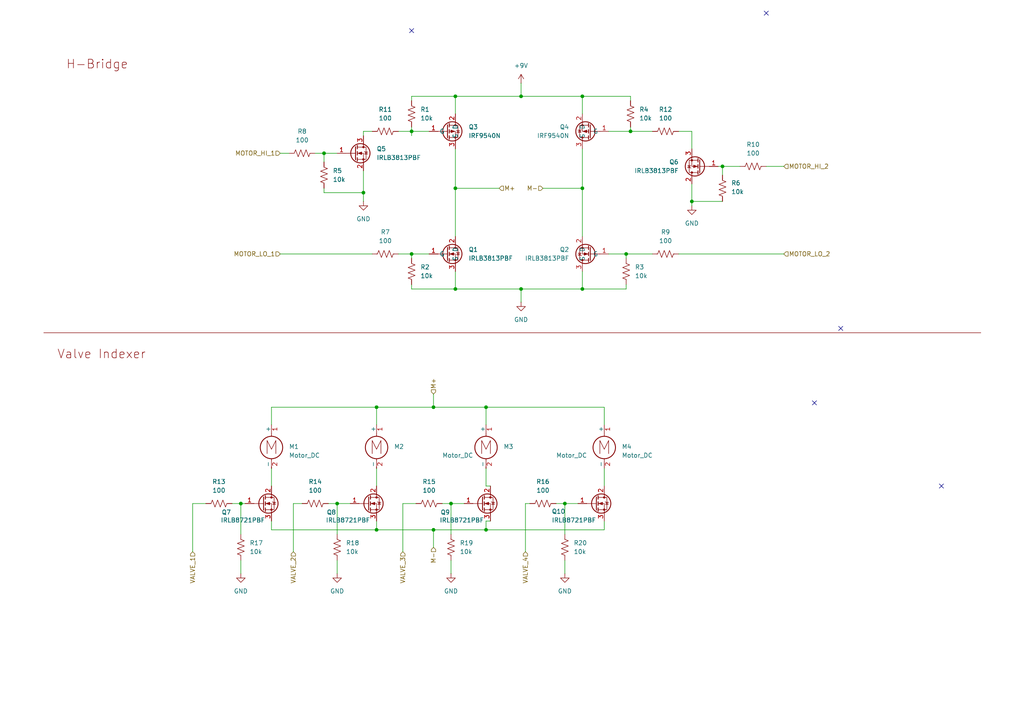
<source format=kicad_sch>
(kicad_sch (version 20250114) (generator "eeschema") (generator_version "9.0")
  (paper "A4")
  (lib_symbols
    (symbol "Device:R_US" (pin_numbers (hide yes)) (pin_names (offset 0))
      (property "Reference" "R" (at 2.54 0 90))
      (property "Value" "R_US" (at -2.54 0 90))
      (symbol "R_US_0_1"
        (polyline (pts (xy 0 2.286) (xy 0 2.54)))
        (polyline (pts (xy 0 2.286) (xy 1.016 1.905) (xy 0 1.524) (xy -1.016 1.143) (xy 0 0.762)))
        (polyline (pts (xy 0 0.762) (xy 1.016 0.381) (xy 0 0) (xy -1.016 -0.381) (xy 0 -0.762)))
        (polyline (pts (xy 0 -0.762) (xy 1.016 -1.143) (xy 0 -1.524) (xy -1.016 -1.905) (xy 0 -2.286)))
        (polyline (pts (xy 0 -2.286) (xy 0 -2.54)))
      )
      (symbol "R_US_1_1"
        (pin passive line (at 0 3.81 270) (length 1.27) (name "~") (number "1"))
        (pin passive line (at 0 -3.81 90) (length 1.27) (name "~") (number "2"))
      )
    )
    (symbol "IRF9540N_1"
      (property "Reference" "Q4" (at 6.35 -1.2701 0))
      (property "Value" "IRF9540N" (at 6.35 1.2699 0))
      (symbol "IRF9540N_1_0_1"
        (polyline (pts (xy 0.254 1.905) (xy 0.254 -1.905)) (stroke (width 0.254)))
        (polyline (pts (xy 0.254 0) (xy -2.54 0)))
        (polyline (pts (xy 0.762 2.286) (xy 0.762 1.27)) (stroke (width 0.254)))
        (polyline (pts (xy 0.762 1.778) (xy 3.302 1.778) (xy 3.302 -1.778) (xy 0.762 -1.778)))
        (polyline (pts (xy 0.762 0.508) (xy 0.762 -0.508)) (stroke (width 0.254)))
        (polyline (pts (xy 0.762 -1.27) (xy 0.762 -2.286)) (stroke (width 0.254)))
        (circle (center 1.651 0) (radius 2.794) (stroke (width 0.254)))
        (polyline (pts (xy 2.286 0) (xy 1.27 0.381) (xy 1.27 -0.381) (xy 2.286 0)) (fill (type outline)))
        (polyline (pts (xy 2.54 2.54) (xy 2.54 1.778)))
        (circle (center 2.54 1.778) (radius 0.254) (fill (type outline)))
        (circle (center 2.54 -1.778) (radius 0.254) (fill (type outline)))
        (polyline (pts (xy 2.54 -2.54) (xy 2.54 0) (xy 0.762 0)))
        (polyline (pts (xy 2.794 -0.508) (xy 2.921 -0.381) (xy 3.683 -0.381) (xy 3.81 -0.254)))
        (polyline (pts (xy 3.302 -0.381) (xy 2.921 0.254) (xy 3.683 0.254) (xy 3.302 -0.381)))
      )
      (symbol "IRF9540N_1_1_1"
        (pin input line (at -5.08 0 0) (length 2.54) (name "G") (number "1"))
        (pin passive line (at 2.54 5.08 270) (length 2.54) (name "S") (number "3"))
        (pin passive line (at 2.54 -5.08 90) (length 2.54) (name "D") (number "2"))
      )
    )
    (symbol "IRLB8721PBF_1"
      (property "Reference" "Q2" (at 6.35 -1.2701 0))
      (property "Value" "IRLB3813PBF" (at 6.35 1.2699 0))
      (symbol "IRLB8721PBF_1_0_1"
        (polyline (pts (xy 0.254 1.905) (xy 0.254 -1.905)) (stroke (width 0.254)))
        (polyline (pts (xy 0.254 0) (xy -2.54 0)))
        (polyline (pts (xy 0.762 2.286) (xy 0.762 1.27)) (stroke (width 0.254)))
        (polyline (pts (xy 0.762 0.508) (xy 0.762 -0.508)) (stroke (width 0.254)))
        (polyline (pts (xy 0.762 -1.27) (xy 0.762 -2.286)) (stroke (width 0.254)))
        (polyline (pts (xy 0.762 -1.778) (xy 3.302 -1.778) (xy 3.302 1.778) (xy 0.762 1.778)))
        (polyline (pts (xy 1.016 0) (xy 2.032 0.381) (xy 2.032 -0.381) (xy 1.016 0)) (fill (type outline)))
        (circle (center 1.651 0) (radius 2.794) (stroke (width 0.254)))
        (polyline (pts (xy 2.54 2.54) (xy 2.54 1.778)))
        (circle (center 2.54 1.778) (radius 0.254) (fill (type outline)))
        (circle (center 2.54 -1.778) (radius 0.254) (fill (type outline)))
        (polyline (pts (xy 2.54 -2.54) (xy 2.54 0) (xy 0.762 0)))
        (polyline (pts (xy 2.794 0.508) (xy 2.921 0.381) (xy 3.683 0.381) (xy 3.81 0.254)))
        (polyline (pts (xy 3.302 0.381) (xy 2.921 -0.254) (xy 3.683 -0.254) (xy 3.302 0.381)))
      )
      (symbol "IRLB8721PBF_1_1_1"
        (pin input line (at -5.08 0 0) (length 2.54) (name "G") (number "1"))
        (pin passive line (at 2.54 5.08 270) (length 2.54) (name "S") (number "3"))
        (pin passive line (at 2.54 -5.08 90) (length 2.54) (name "D") (number "2"))
      )
    )
    (symbol "IRLB8721PBF_2"
      (property "Reference" "Q1" (at 6.35 1.2701 0))
      (property "Value" "IRLB3813PBF" (at 6.35 -1.2699 0))
      (symbol "IRLB8721PBF_2_0_1"
        (polyline (pts (xy 0.254 1.905) (xy 0.254 -1.905)) (stroke (width 0.254)))
        (polyline (pts (xy 0.254 0) (xy -2.54 0)))
        (polyline (pts (xy 0.762 2.286) (xy 0.762 1.27)) (stroke (width 0.254)))
        (polyline (pts (xy 0.762 0.508) (xy 0.762 -0.508)) (stroke (width 0.254)))
        (polyline (pts (xy 0.762 -1.27) (xy 0.762 -2.286)) (stroke (width 0.254)))
        (polyline (pts (xy 0.762 -1.778) (xy 3.302 -1.778) (xy 3.302 1.778) (xy 0.762 1.778)))
        (polyline (pts (xy 1.016 0) (xy 2.032 0.381) (xy 2.032 -0.381) (xy 1.016 0)) (fill (type outline)))
        (circle (center 1.651 0) (radius 2.794) (stroke (width 0.254)))
        (polyline (pts (xy 2.54 2.54) (xy 2.54 1.778)))
        (circle (center 2.54 1.778) (radius 0.254) (fill (type outline)))
        (circle (center 2.54 -1.778) (radius 0.254) (fill (type outline)))
        (polyline (pts (xy 2.54 -2.54) (xy 2.54 0) (xy 0.762 0)))
        (polyline (pts (xy 2.794 0.508) (xy 2.921 0.381) (xy 3.683 0.381) (xy 3.81 0.254)))
        (polyline (pts (xy 3.302 0.381) (xy 2.921 -0.254) (xy 3.683 -0.254) (xy 3.302 0.381)))
      )
      (symbol "IRLB8721PBF_2_1_1"
        (pin input line (at -5.08 0 0) (length 2.54) (name "G") (number "1"))
        (pin passive line (at 2.54 5.08 270) (length 2.54) (name "D") (number "2"))
        (pin passive line (at 2.54 -5.08 90) (length 2.54) (name "S") (number "3"))
      )
    )
    (symbol "IRLB8721PBF_3" (pin_names (hide yes))
      (property "Reference" "Q5" (at 6.35 1.2701 0))
      (property "Value" "IRLB3813PBF" (at 6.35 -1.2699 0))
      (symbol "IRLB8721PBF_3_0_1"
        (polyline (pts (xy 0.254 1.905) (xy 0.254 -1.905)) (stroke (width 0.254)))
        (polyline (pts (xy 0.254 0) (xy -2.54 0)))
        (polyline (pts (xy 0.762 2.286) (xy 0.762 1.27)) (stroke (width 0.254)))
        (polyline (pts (xy 0.762 0.508) (xy 0.762 -0.508)) (stroke (width 0.254)))
        (polyline (pts (xy 0.762 -1.27) (xy 0.762 -2.286)) (stroke (width 0.254)))
        (polyline (pts (xy 0.762 -1.778) (xy 3.302 -1.778) (xy 3.302 1.778) (xy 0.762 1.778)))
        (polyline (pts (xy 1.016 0) (xy 2.032 0.381) (xy 2.032 -0.381) (xy 1.016 0)) (fill (type outline)))
        (circle (center 1.651 0) (radius 2.794) (stroke (width 0.254)))
        (polyline (pts (xy 2.54 2.54) (xy 2.54 1.778)))
        (circle (center 2.54 1.778) (radius 0.254) (fill (type outline)))
        (circle (center 2.54 -1.778) (radius 0.254) (fill (type outline)))
        (polyline (pts (xy 2.54 -2.54) (xy 2.54 0) (xy 0.762 0)))
        (polyline (pts (xy 2.794 0.508) (xy 2.921 0.381) (xy 3.683 0.381) (xy 3.81 0.254)))
        (polyline (pts (xy 3.302 0.381) (xy 2.921 -0.254) (xy 3.683 -0.254) (xy 3.302 0.381)))
      )
      (symbol "IRLB8721PBF_3_1_1"
        (pin input line (at -5.08 0 0) (length 2.54) (name "G") (number "1"))
        (pin passive line (at 2.54 5.08 270) (length 2.54) (name "S") (number "3"))
        (pin passive line (at 2.54 -5.08 90) (length 2.54) (name "D") (number "2"))
      )
    )
    (symbol "Motor:Motor_DC" (pin_names (offset 0))
      (property "Reference" "M" (at 2.54 2.54 0))
      (property "Value" "Motor_DC" (at 2.54 -5.08 0))
      (symbol "Motor_DC_0_0"
        (polyline (pts (xy -1.27 -3.302) (xy -1.27 0.508) (xy 0 -2.032) (xy 1.27 0.508) (xy 1.27 -3.302)))
      )
      (symbol "Motor_DC_0_1"
        (polyline (pts (xy 0 2.032) (xy 0 2.54)))
        (polyline (pts (xy 0 1.7272) (xy 0 2.0828)))
        (circle (center 0 -1.524) (radius 3.2512) (stroke (width 0.254)))
        (polyline (pts (xy 0 -4.7752) (xy 0 -5.1816)))
        (polyline (pts (xy 0 -7.62) (xy 0 -7.112)))
      )
      (symbol "Motor_DC_1_1"
        (pin passive line (at 0 5.08 270) (length 2.54) (name "+") (number "1"))
        (pin passive line (at 0 -7.62 90) (length 2.54) (name "-") (number "2"))
      )
    )
    (symbol "Transistor_FET:IRF9540N"
      (property "Reference" "Q3" (at 6.35 1.2701 0))
      (property "Value" "IRF9540N" (at 6.35 -1.2699 0))
      (symbol "IRF9540N_0_1"
        (polyline (pts (xy 0.254 1.905) (xy 0.254 -1.905)) (stroke (width 0.254)))
        (polyline (pts (xy 0.254 0) (xy -2.54 0)))
        (polyline (pts (xy 0.762 2.286) (xy 0.762 1.27)) (stroke (width 0.254)))
        (polyline (pts (xy 0.762 1.778) (xy 3.302 1.778) (xy 3.302 -1.778) (xy 0.762 -1.778)))
        (polyline (pts (xy 0.762 0.508) (xy 0.762 -0.508)) (stroke (width 0.254)))
        (polyline (pts (xy 0.762 -1.27) (xy 0.762 -2.286)) (stroke (width 0.254)))
        (circle (center 1.651 0) (radius 2.794) (stroke (width 0.254)))
        (polyline (pts (xy 2.286 0) (xy 1.27 0.381) (xy 1.27 -0.381) (xy 2.286 0)) (fill (type outline)))
        (polyline (pts (xy 2.54 2.54) (xy 2.54 1.778)))
        (circle (center 2.54 1.778) (radius 0.254) (fill (type outline)))
        (circle (center 2.54 -1.778) (radius 0.254) (fill (type outline)))
        (polyline (pts (xy 2.54 -2.54) (xy 2.54 0) (xy 0.762 0)))
        (polyline (pts (xy 2.794 -0.508) (xy 2.921 -0.381) (xy 3.683 -0.381) (xy 3.81 -0.254)))
        (polyline (pts (xy 3.302 -0.381) (xy 2.921 0.254) (xy 3.683 0.254) (xy 3.302 -0.381)))
      )
      (symbol "IRF9540N_1_1"
        (pin input line (at -5.08 0 0) (length 2.54) (name "G") (number "1"))
        (pin passive line (at 2.54 5.08 270) (length 2.54) (name "D") (number "2"))
        (pin passive line (at 2.54 -5.08 90) (length 2.54) (name "S") (number "3"))
      )
    )
    (symbol "Transistor_FET:IRLB8721PBF" (pin_names (hide yes))
      (property "Reference" "Q" (at 5.08 1.905 0))
      (property "Value" "IRLB8721PBF" (at 5.08 0 0))
      (symbol "IRLB8721PBF_0_1"
        (polyline (pts (xy 0.254 1.905) (xy 0.254 -1.905)) (stroke (width 0.254)))
        (polyline (pts (xy 0.254 0) (xy -2.54 0)))
        (polyline (pts (xy 0.762 2.286) (xy 0.762 1.27)) (stroke (width 0.254)))
        (polyline (pts (xy 0.762 0.508) (xy 0.762 -0.508)) (stroke (width 0.254)))
        (polyline (pts (xy 0.762 -1.27) (xy 0.762 -2.286)) (stroke (width 0.254)))
        (polyline (pts (xy 0.762 -1.778) (xy 3.302 -1.778) (xy 3.302 1.778) (xy 0.762 1.778)))
        (polyline (pts (xy 1.016 0) (xy 2.032 0.381) (xy 2.032 -0.381) (xy 1.016 0)) (fill (type outline)))
        (circle (center 1.651 0) (radius 2.794) (stroke (width 0.254)))
        (polyline (pts (xy 2.54 2.54) (xy 2.54 1.778)))
        (circle (center 2.54 1.778) (radius 0.254) (fill (type outline)))
        (circle (center 2.54 -1.778) (radius 0.254) (fill (type outline)))
        (polyline (pts (xy 2.54 -2.54) (xy 2.54 0) (xy 0.762 0)))
        (polyline (pts (xy 2.794 0.508) (xy 2.921 0.381) (xy 3.683 0.381) (xy 3.81 0.254)))
        (polyline (pts (xy 3.302 0.381) (xy 2.921 -0.254) (xy 3.683 -0.254) (xy 3.302 0.381)))
      )
      (symbol "IRLB8721PBF_1_1"
        (pin input line (at -5.08 0 0) (length 2.54) (name "G") (number "1"))
        (pin passive line (at 2.54 5.08 270) (length 2.54) (name "D") (number "2"))
        (pin passive line (at 2.54 -5.08 90) (length 2.54) (name "S") (number "3"))
      )
    )
    (symbol "power:+9V" (power) (pin_numbers (hide yes)) (pin_names (offset 0) (hide yes))
      (property "Value" "+9V" (at 0 3.556 0))
      (symbol "+9V_0_1"
        (polyline (pts (xy -0.762 1.27) (xy 0 2.54)))
        (polyline (pts (xy 0 2.54) (xy 0.762 1.27)))
        (polyline (pts (xy 0 0) (xy 0 2.54)))
      )
      (symbol "+9V_1_1"
        (pin power_in line (at 0 0 90) (length 0) (name "~") (number "1"))
      )
    )
    (symbol "power:GND" (power) (pin_numbers (hide yes)) (pin_names (offset 0) (hide yes))
      (property "Value" "GND" (at 0 -3.81 0))
      (symbol "GND_0_1"
        (polyline (pts (xy 0 0) (xy 0 -1.27) (xy 1.27 -1.27) (xy 0 -2.54) (xy -1.27 -1.27) (xy 0 -1.27)))
      )
      (symbol "GND_1_1"
        (pin power_in line (at 0 0 270) (length 0) (name "~") (number "1"))
      )
    )
  )
  (text "Valve Indexer\n" (at 29.464 102.87 0) (effects (font (size 2.54 2.54))))
  (text "H-Bridge" (at 28.194 18.796 0) (effects (font (size 2.54 2.54))))
  (junction (at 151.13 27.94))
  (junction (at 182.88 38.1))
  (junction (at 109.22 118.11))
  (junction (at 119.38 73.66))
  (junction (at 93.98 44.45))
  (junction (at 181.61 73.66))
  (junction (at 125.73 153.67))
  (junction (at 130.81 146.05))
  (junction (at 119.38 38.1))
  (junction (at 140.97 153.67))
  (junction (at 132.08 27.94))
  (junction (at 97.79 146.05))
  (junction (at 209.55 48.26))
  (junction (at 125.73 118.11))
  (junction (at 200.66 58.42))
  (junction (at 140.97 118.11))
  (junction (at 132.08 83.82))
  (junction (at 168.91 54.61))
  (junction (at 151.13 83.82))
  (junction (at 105.41 55.88))
  (junction (at 69.85 146.05))
  (junction (at 109.22 153.67))
  (junction (at 168.91 27.94))
  (junction (at 168.91 83.82))
  (junction (at 163.83 146.05))
  (junction (at 132.08 54.61))
  (no_connect (at 236.22 116.84))
  (no_connect (at 222.25 3.81))
  (no_connect (at 179.07 -38.1))
  (no_connect (at 243.84 95.25))
  (no_connect (at 119.38 8.89))
  (no_connect (at 273.05 140.97))
  (wire (pts (xy 168.91 83.82) (xy 181.61 83.82)))
  (wire (pts (xy 132.08 54.61) (xy 132.08 68.58)))
  (wire (pts (xy 119.38 83.82) (xy 132.08 83.82)))
  (wire (pts (xy 153.67 146.05) (xy 152.4 146.05)))
  (wire (pts (xy 151.13 83.82) (xy 168.91 83.82)))
  (wire (pts (xy 125.73 153.67) (xy 125.73 158.75)))
  (wire (pts (xy 176.53 38.1) (xy 182.88 38.1)))
  (wire (pts (xy 157.48 54.61) (xy 168.91 54.61)))
  (wire (pts (xy 69.85 146.05) (xy 71.12 146.05)))
  (wire (pts (xy 130.81 162.56) (xy 130.81 166.37)))
  (wire (pts (xy 132.08 33.02) (xy 132.08 27.94)))
  (wire (pts (xy 140.97 140.97) (xy 142.24 140.97)))
  (wire (pts (xy 97.79 146.05) (xy 101.6 146.05)))
  (wire (pts (xy 200.66 38.1) (xy 200.66 43.18)))
  (wire (pts (xy 119.38 82.55) (xy 119.38 83.82)))
  (wire (pts (xy 168.91 27.94) (xy 182.88 27.94)))
  (wire (pts (xy 209.55 48.26) (xy 209.55 50.8)))
  (wire (pts (xy 161.29 146.05) (xy 163.83 146.05)))
  (wire (pts (xy 140.97 118.11) (xy 175.26 118.11)))
  (wire (pts (xy 132.08 54.61) (xy 144.78 54.61)))
  (wire (pts (xy 130.81 146.05) (xy 134.62 146.05)))
  (wire (pts (xy 175.26 135.89) (xy 175.26 140.97)))
  (wire (pts (xy 85.09 160.02) (xy 85.09 146.05)))
  (wire (pts (xy 93.98 55.88) (xy 105.41 55.88)))
  (wire (pts (xy 196.85 38.1) (xy 200.66 38.1)))
  (wire (pts (xy 181.61 83.82) (xy 181.61 82.55)))
  (wire (pts (xy 109.22 118.11) (xy 109.22 123.19)))
  (wire (pts (xy 105.41 55.88) (xy 105.41 49.53)))
  (wire (pts (xy 55.88 146.05) (xy 55.88 160.02)))
  (wire (pts (xy 140.97 151.13) (xy 142.24 151.13)))
  (wire (pts (xy 182.88 36.83) (xy 182.88 38.1)))
  (wire (pts (xy 208.28 48.26) (xy 209.55 48.26)))
  (wire (pts (xy 140.97 151.13) (xy 140.97 153.67)))
  (wire (pts (xy 93.98 44.45) (xy 97.79 44.45)))
  (wire (pts (xy 151.13 83.82) (xy 151.13 87.63)))
  (wire (pts (xy 69.85 146.05) (xy 69.85 154.94)))
  (wire (pts (xy 105.41 38.1) (xy 105.41 39.37)))
  (wire (pts (xy 115.57 73.66) (xy 119.38 73.66)))
  (wire (pts (xy 109.22 135.89) (xy 109.22 140.97)))
  (wire (pts (xy 59.69 146.05) (xy 55.88 146.05)))
  (wire (pts (xy 109.22 151.13) (xy 109.22 153.67)))
  (wire (pts (xy 97.79 162.56) (xy 97.79 166.37)))
  (wire (pts (xy 182.88 38.1) (xy 189.23 38.1)))
  (wire (pts (xy 222.25 48.26) (xy 227.33 48.26)))
  (wire (pts (xy 119.38 38.1) (xy 124.46 38.1)))
  (wire (pts (xy 119.38 29.21) (xy 119.38 27.94)))
  (wire (pts (xy 93.98 54.61) (xy 93.98 55.88)))
  (wire (pts (xy 128.27 146.05) (xy 130.81 146.05)))
  (wire (pts (xy 132.08 43.18) (xy 132.08 54.61)))
  (wire (pts (xy 175.26 118.11) (xy 175.26 123.19)))
  (wire (pts (xy 196.85 73.66) (xy 227.33 73.66)))
  (wire (pts (xy 97.79 146.05) (xy 97.79 154.94)))
  (wire (pts (xy 119.38 27.94) (xy 132.08 27.94)))
  (wire (pts (xy 85.09 146.05) (xy 87.63 146.05)))
  (wire (pts (xy 168.91 27.94) (xy 168.91 33.02)))
  (wire (pts (xy 116.84 146.05) (xy 116.84 160.02)))
  (wire (pts (xy 200.66 58.42) (xy 200.66 59.69)))
  (wire (pts (xy 81.28 73.66) (xy 107.95 73.66)))
  (wire (pts (xy 175.26 153.67) (xy 175.26 151.13)))
  (wire (pts (xy 120.65 146.05) (xy 116.84 146.05)))
  (wire (pts (xy 140.97 153.67) (xy 175.26 153.67)))
  (wire (pts (xy 163.83 146.05) (xy 167.64 146.05)))
  (wire (pts (xy 125.73 153.67) (xy 140.97 153.67)))
  (wire (pts (xy 130.81 146.05) (xy 130.81 154.94)))
  (wire (pts (xy 168.91 54.61) (xy 168.91 68.58)))
  (wire (pts (xy 181.61 73.66) (xy 189.23 73.66)))
  (wire (pts (xy 209.55 48.26) (xy 214.63 48.26)))
  (wire (pts (xy 115.57 38.1) (xy 119.38 38.1)))
  (wire (pts (xy 132.08 83.82) (xy 151.13 83.82)))
  (wire (pts (xy 176.53 73.66) (xy 181.61 73.66)))
  (wire (pts (xy 95.25 146.05) (xy 97.79 146.05)))
  (wire (pts (xy 67.31 146.05) (xy 69.85 146.05)))
  (wire (pts (xy 168.91 43.18) (xy 168.91 54.61)))
  (wire (pts (xy 69.85 162.56) (xy 69.85 166.37)))
  (wire (pts (xy 125.73 118.11) (xy 140.97 118.11)))
  (wire (pts (xy 119.38 36.83) (xy 119.38 38.1)))
  (wire (pts (xy 119.38 74.93) (xy 119.38 73.66)))
  (wire (pts (xy 81.28 44.45) (xy 83.82 44.45)))
  (wire (pts (xy 78.74 118.11) (xy 78.74 123.19)))
  (wire (pts (xy 119.38 39.37) (xy 119.38 38.1)))
  (wire (pts (xy 125.73 114.3) (xy 125.73 118.11)))
  (wire (pts (xy 140.97 118.11) (xy 140.97 123.19)))
  (wire (pts (xy 109.22 118.11) (xy 125.73 118.11)))
  (wire (pts (xy 181.61 74.93) (xy 181.61 73.66)))
  (wire (pts (xy 151.13 24.13) (xy 151.13 27.94)))
  (wire (pts (xy 91.44 44.45) (xy 93.98 44.45)))
  (wire (pts (xy 107.95 38.1) (xy 105.41 38.1)))
  (wire (pts (xy 200.66 58.42) (xy 209.55 58.42)))
  (wire (pts (xy 119.38 73.66) (xy 124.46 73.66)))
  (wire (pts (xy 78.74 118.11) (xy 109.22 118.11)))
  (wire (pts (xy 140.97 135.89) (xy 140.97 140.97)))
  (wire (pts (xy 78.74 153.67) (xy 109.22 153.67)))
  (wire (pts (xy 152.4 146.05) (xy 152.4 160.02)))
  (wire (pts (xy 151.13 27.94) (xy 168.91 27.94)))
  (wire (pts (xy 132.08 78.74) (xy 132.08 83.82)))
  (wire (pts (xy 163.83 146.05) (xy 163.83 154.94)))
  (wire (pts (xy 200.66 53.34) (xy 200.66 58.42)))
  (wire (pts (xy 109.22 153.67) (xy 125.73 153.67)))
  (wire (pts (xy 182.88 27.94) (xy 182.88 29.21)))
  (polyline (pts (xy 12.7 96.52) (xy 284.48 96.52)) (stroke (width 0) (type solid) (color 132 0 0 1)))
  (wire (pts (xy 78.74 151.13) (xy 78.74 153.67)))
  (wire (pts (xy 105.41 55.88) (xy 105.41 58.42)))
  (wire (pts (xy 78.74 135.89) (xy 78.74 140.97)))
  (wire (pts (xy 168.91 78.74) (xy 168.91 83.82)))
  (wire (pts (xy 163.83 162.56) (xy 163.83 166.37)))
  (wire (pts (xy 93.98 46.99) (xy 93.98 44.45)))
  (wire (pts (xy 132.08 27.94) (xy 151.13 27.94)))
  (hierarchical_label "VALVE_4" (shape input) (at 152.4 160.02 270))
  (hierarchical_label "VALVE_1" (shape input) (at 55.88 160.02 270))
  (hierarchical_label "MOTOR_HI_2" (shape input) (at 227.33 48.26 0))
  (hierarchical_label "MOTOR_LO_1" (shape input) (at 81.28 73.66 180))
  (hierarchical_label "M-" (shape input) (at 157.48 54.61 180))
  (hierarchical_label "MOTOR_LO_2" (shape input) (at 227.33 73.66 0))
  (hierarchical_label "MOTOR_HI_1" (shape input) (at 81.28 44.45 180))
  (hierarchical_label "VALVE_2" (shape input) (at 85.09 160.02 270))
  (hierarchical_label "M-" (shape input) (at 125.73 158.75 270))
  (hierarchical_label "VALVE_3" (shape input) (at 116.84 160.02 270))
  (hierarchical_label "M+" (shape input) (at 144.78 54.61 0))
  (hierarchical_label "M+" (shape input) (at 125.73 114.3 90))
  (symbol (lib_id "Transistor_FET:IRLB8721PBF") (at 76.2 146.05 0) (unit 1)
    (property "Reference" "Q7" (at 64.262 148.59 0) (effects (justify left)))
    (property "Value" "IRLB8721PBF" (at 64.008 150.876 0) (effects (justify left)))
    (property "Footprint" "Package_TO_SOT_THT:TO-220-3_Vertical" (effects (hide yes)))
    (property "Datasheet" "http://www.infineon.com/dgdl/irlb8721pbf.pdf?fileId=5546d462533600a40153566056732591" (effects (hide yes)))
    (property "Description" "62A Id, 30V Vds, 8.7 mOhm Rds, N-Channel HEXFET Power MOSFET, TO-220" (effects (hide yes)))
  )
  (symbol (lib_id "Device:R_US") (at 193.04 73.66 270) (unit 1)
    (property "Reference" "R9" (at 193.04 67.31 90))
    (property "Value" "100" (at 193.04 69.85 90))
    (property "Description" "Resistor, US symbol" (effects (hide yes)))
  )
  (symbol (lib_id "Transistor_FET:IRLB8721PBF") (at 172.72 146.05 0) (unit 1)
    (property "Reference" "Q10" (at 160.02 148.336 0) (effects (justify left)))
    (property "Value" "IRLB8721PBF" (at 160.02 150.876 0) (effects (justify left)))
    (property "Footprint" "Package_TO_SOT_THT:TO-220-3_Vertical" (effects (hide yes)))
    (property "Datasheet" "http://www.infineon.com/dgdl/irlb8721pbf.pdf?fileId=5546d462533600a40153566056732591" (effects (hide yes)))
    (property "Description" "62A Id, 30V Vds, 8.7 mOhm Rds, N-Channel HEXFET Power MOSFET, TO-220" (effects (hide yes)))
  )
  (symbol (lib_id "Device:R_US") (at 163.83 158.75 0) (unit 1)
    (property "Reference" "R20" (at 166.37 157.4799 0) (effects (justify left)))
    (property "Value" "10k" (at 166.37 160.0199 0) (effects (justify left)))
    (property "Description" "Resistor, US symbol" (effects (hide yes)))
  )
  (symbol (lib_id "power:GND") (at 69.85 166.37 0) (unit 1)
    (property "Reference" "#PWR05" (effects (hide yes)))
    (property "Value" "GND" (at 69.85 171.45 0))
    (property "Description" "Power symbol creates a global label with name \"GND\" , ground" (effects (hide yes)))
  )
  (symbol (lib_id "Device:R_US") (at 193.04 38.1 270) (unit 1)
    (property "Reference" "R12" (at 193.04 31.75 90))
    (property "Value" "100" (at 193.04 34.29 90))
    (property "Description" "Resistor, US symbol" (effects (hide yes)))
  )
  (symbol (lib_id "Transistor_FET:IRLB8721PBF") (at 203.2 48.26 180) (unit 1)
    (property "Reference" "Q6" (at 196.85 46.9899 0) (effects (justify left)))
    (property "Value" "IRLB3813PBF" (at 196.85 49.5299 0) (effects (justify left)))
    (property "Footprint" "Package_TO_SOT_THT:TO-220-3_Vertical" (effects (hide yes)))
    (property "Datasheet" "http://www.infineon.com/dgdl/irlb8721pbf.pdf?fileId=5546d462533600a40153566056732591" (effects (hide yes)))
    (property "Description" "62A Id, 30V Vds, 8.7 mOhm Rds, N-Channel HEXFET Power MOSFET, TO-220" (effects (hide yes)))
  )
  (symbol (lib_id "power:+9V") (at 151.13 24.13 0) (unit 1)
    (property "Reference" "#PWR02" (effects (hide yes)))
    (property "Value" "+9V" (at 151.13 19.05 0))
    (property "Description" "Power symbol creates a global label with name \"+9V\"" (effects (hide yes)))
  )
  (symbol (lib_id "Transistor_FET:IRF9540N") (at 129.54 38.1 0) (unit 1)
    (property "Reference" "Q3" (at 135.89 36.8299 0) (effects (justify left)))
    (property "Value" "IRF9540N" (at 135.89 39.3699 0) (effects (justify left)))
    (property "Footprint" "Package_TO_SOT_THT:TO-220-3_Vertical" (effects (hide yes)))
    (property "Datasheet" "http://www.irf.com/product-info/datasheets/data/irf9540n.pdf" (effects (hide yes)))
    (property "Description" "-23A Id, -100V Vds, 117mOhm Rds, P-Channel HEXFET Power MOSFET, TO-220" (effects (hide yes)))
  )
  (symbol (lib_name "IRLB8721PBF_3") (lib_id "Transistor_FET:IRLB8721PBF") (at 102.87 44.45 0) (unit 1)
    (property "Reference" "Q5" (at 109.22 43.1799 0) (effects (justify left)))
    (property "Value" "IRLB3813PBF" (at 109.22 45.7199 0) (effects (justify left)))
    (property "Footprint" "Package_TO_SOT_THT:TO-220-3_Vertical" (effects (hide yes)))
    (property "Datasheet" "http://www.infineon.com/dgdl/irlb8721pbf.pdf?fileId=5546d462533600a40153566056732591" (effects (hide yes)))
    (property "Description" "62A Id, 30V Vds, 8.7 mOhm Rds, N-Channel HEXFET Power MOSFET, TO-220" (effects (hide yes)))
  )
  (symbol (lib_id "Device:R_US") (at 130.81 158.75 0) (unit 1)
    (property "Reference" "R19" (at 133.35 157.4799 0) (effects (justify left)))
    (property "Value" "10k" (at 133.35 160.0199 0) (effects (justify left)))
    (property "Description" "Resistor, US symbol" (effects (hide yes)))
  )
  (symbol (lib_id "Device:R_US") (at 97.79 158.75 0) (unit 1)
    (property "Reference" "R18" (at 100.33 157.4799 0) (effects (justify left)))
    (property "Value" "10k" (at 100.33 160.0199 0) (effects (justify left)))
    (property "Description" "Resistor, US symbol" (effects (hide yes)))
  )
  (symbol (lib_id "Device:R_US") (at 63.5 146.05 270) (unit 1)
    (property "Reference" "R13" (at 63.5 139.7 90))
    (property "Value" "100" (at 63.5 142.24 90))
    (property "Description" "Resistor, US symbol" (effects (hide yes)))
  )
  (symbol (lib_id "Device:R_US") (at 69.85 158.75 0) (unit 1)
    (property "Reference" "R17" (at 72.39 157.4799 0) (effects (justify left)))
    (property "Value" "10k" (at 72.39 160.0199 0) (effects (justify left)))
    (property "Description" "Resistor, US symbol" (effects (hide yes)))
  )
  (symbol (lib_id "Device:R_US") (at 111.76 73.66 270) (unit 1)
    (property "Reference" "R7" (at 111.76 67.31 90))
    (property "Value" "100" (at 111.76 69.85 90))
    (property "Description" "Resistor, US symbol" (effects (hide yes)))
  )
  (symbol (lib_id "Device:R_US") (at 93.98 50.8 0) (unit 1)
    (property "Reference" "R5" (at 96.52 49.5299 0) (effects (justify left)))
    (property "Value" "10k" (at 96.52 52.0699 0) (effects (justify left)))
    (property "Description" "Resistor, US symbol" (effects (hide yes)))
  )
  (symbol (lib_id "Device:R_US") (at 181.61 78.74 0) (unit 1)
    (property "Reference" "R3" (at 184.15 77.4699 0) (effects (justify left)))
    (property "Value" "10k" (at 184.15 80.0099 0) (effects (justify left)))
    (property "Description" "Resistor, US symbol" (effects (hide yes)))
  )
  (symbol (lib_id "Device:R_US") (at 119.38 33.02 0) (unit 1)
    (property "Reference" "R1" (at 121.92 31.7499 0) (effects (justify left)))
    (property "Value" "10k" (at 121.92 34.2899 0) (effects (justify left)))
    (property "Description" "Resistor, US symbol" (effects (hide yes)))
  )
  (symbol (lib_id "Motor:Motor_DC") (at 109.22 128.27 0) (unit 1)
    (property "Reference" "M2" (at 114.3 129.5399 0) (effects (justify left)))
    (property "Value" "Motor_DC" (at 128.27 132.0799 0) (effects (justify left)))
    (property "Description" "DC Motor" (effects (hide yes)))
  )
  (symbol (lib_id "power:GND") (at 105.41 58.42 0) (unit 1)
    (property "Reference" "#PWR03" (effects (hide yes)))
    (property "Value" "GND" (at 105.41 63.5 0))
    (property "Description" "Power symbol creates a global label with name \"GND\" , ground" (effects (hide yes)))
  )
  (symbol (lib_id "power:GND") (at 130.81 166.37 0) (unit 1)
    (property "Reference" "#PWR07" (effects (hide yes)))
    (property "Value" "GND" (at 130.81 171.45 0))
    (property "Description" "Power symbol creates a global label with name \"GND\" , ground" (effects (hide yes)))
  )
  (symbol (lib_id "Device:R_US") (at 157.48 146.05 270) (unit 1)
    (property "Reference" "R16" (at 157.48 139.7 90))
    (property "Value" "100" (at 157.48 142.24 90))
    (property "Description" "Resistor, US symbol" (effects (hide yes)))
  )
  (symbol (lib_id "Device:R_US") (at 119.38 78.74 0) (unit 1)
    (property "Reference" "R2" (at 121.92 77.4699 0) (effects (justify left)))
    (property "Value" "10k" (at 121.92 80.0099 0) (effects (justify left)))
    (property "Description" "Resistor, US symbol" (effects (hide yes)))
  )
  (symbol (lib_id "Device:R_US") (at 182.88 33.02 0) (unit 1)
    (property "Reference" "R4" (at 185.42 31.7499 0) (effects (justify left)))
    (property "Value" "10k" (at 185.42 34.2899 0) (effects (justify left)))
    (property "Description" "Resistor, US symbol" (effects (hide yes)))
  )
  (symbol (lib_id "power:GND") (at 97.79 166.37 0) (unit 1)
    (property "Reference" "#PWR06" (effects (hide yes)))
    (property "Value" "GND" (at 97.79 171.45 0))
    (property "Description" "Power symbol creates a global label with name \"GND\" , ground" (effects (hide yes)))
  )
  (symbol (lib_id "Motor:Motor_DC") (at 78.74 128.27 0) (unit 1)
    (property "Reference" "M1" (at 83.82 129.5399 0) (effects (justify left)))
    (property "Value" "Motor_DC" (at 83.82 132.0799 0) (effects (justify left)))
    (property "Description" "DC Motor" (effects (hide yes)))
  )
  (symbol (lib_id "Device:R_US") (at 218.44 48.26 270) (unit 1)
    (property "Reference" "R10" (at 218.44 41.91 90))
    (property "Value" "100" (at 218.44 44.45 90))
    (property "Description" "Resistor, US symbol" (effects (hide yes)))
  )
  (symbol (lib_name "IRLB8721PBF_2") (lib_id "Transistor_FET:IRLB8721PBF") (at 129.54 73.66 0) (unit 1)
    (property "Reference" "Q1" (at 135.89 72.3899 0) (effects (justify left)))
    (property "Value" "IRLB3813PBF" (at 135.89 74.9299 0) (effects (justify left)))
    (property "Footprint" "Package_TO_SOT_THT:TO-220-3_Vertical" (effects (hide yes)))
    (property "Datasheet" "http://www.infineon.com/dgdl/irlb8721pbf.pdf?fileId=5546d462533600a40153566056732591" (effects (hide yes)))
    (property "Description" "62A Id, 30V Vds, 8.7 mOhm Rds, N-Channel HEXFET Power MOSFET, TO-220" (effects (hide yes)))
  )
  (symbol (lib_id "Transistor_FET:IRLB8721PBF") (at 106.68 146.05 0) (unit 1)
    (property "Reference" "Q8" (at 94.742 148.59 0) (effects (justify left)))
    (property "Value" "IRLB8721PBF" (at 94.488 150.876 0) (effects (justify left)))
    (property "Footprint" "Package_TO_SOT_THT:TO-220-3_Vertical" (effects (hide yes)))
    (property "Datasheet" "http://www.infineon.com/dgdl/irlb8721pbf.pdf?fileId=5546d462533600a40153566056732591" (effects (hide yes)))
    (property "Description" "62A Id, 30V Vds, 8.7 mOhm Rds, N-Channel HEXFET Power MOSFET, TO-220" (effects (hide yes)))
  )
  (symbol (lib_id "Device:R_US") (at 124.46 146.05 270) (unit 1)
    (property "Reference" "R15" (at 124.46 139.7 90))
    (property "Value" "100" (at 124.46 142.24 90))
    (property "Description" "Resistor, US symbol" (effects (hide yes)))
  )
  (symbol (lib_id "Motor:Motor_DC") (at 175.26 128.27 0) (unit 1)
    (property "Reference" "M4" (at 180.34 129.5399 0) (effects (justify left)))
    (property "Value" "Motor_DC" (at 180.34 132.0799 0) (effects (justify left)))
    (property "Description" "DC Motor" (effects (hide yes)))
  )
  (symbol (lib_id "power:GND") (at 163.83 166.37 0) (unit 1)
    (property "Reference" "#PWR08" (effects (hide yes)))
    (property "Value" "GND" (at 163.83 171.45 0))
    (property "Description" "Power symbol creates a global label with name \"GND\" , ground" (effects (hide yes)))
  )
  (symbol (lib_id "power:GND") (at 151.13 87.63 0) (unit 1)
    (property "Reference" "#PWR01" (effects (hide yes)))
    (property "Value" "GND" (at 151.13 92.71 0))
    (property "Description" "Power symbol creates a global label with name \"GND\" , ground" (effects (hide yes)))
  )
  (symbol (lib_id "Device:R_US") (at 111.76 38.1 270) (unit 1)
    (property "Reference" "R11" (at 111.76 31.75 90))
    (property "Value" "100" (at 111.76 34.29 90))
    (property "Description" "Resistor, US symbol" (effects (hide yes)))
  )
  (symbol (lib_id "Transistor_FET:IRLB8721PBF") (at 139.7 146.05 0) (unit 1)
    (property "Reference" "Q9" (at 127.762 148.59 0) (effects (justify left)))
    (property "Value" "IRLB8721PBF" (at 127.508 150.876 0) (effects (justify left)))
    (property "Footprint" "Package_TO_SOT_THT:TO-220-3_Vertical" (effects (hide yes)))
    (property "Datasheet" "http://www.infineon.com/dgdl/irlb8721pbf.pdf?fileId=5546d462533600a40153566056732591" (effects (hide yes)))
    (property "Description" "62A Id, 30V Vds, 8.7 mOhm Rds, N-Channel HEXFET Power MOSFET, TO-220" (effects (hide yes)))
  )
  (symbol (lib_name "IRLB8721PBF_1") (lib_id "Transistor_FET:IRLB8721PBF") (at 171.45 73.66 180) (unit 1)
    (property "Reference" "Q2" (at 165.1 72.3899 0) (effects (justify left)))
    (property "Value" "IRLB3813PBF" (at 165.1 74.9299 0) (effects (justify left)))
    (property "Footprint" "Package_TO_SOT_THT:TO-220-3_Vertical" (effects (hide yes)))
    (property "Datasheet" "http://www.infineon.com/dgdl/irlb8721pbf.pdf?fileId=5546d462533600a40153566056732591" (effects (hide yes)))
    (property "Description" "62A Id, 30V Vds, 8.7 mOhm Rds, N-Channel HEXFET Power MOSFET, TO-220" (effects (hide yes)))
  )
  (symbol (lib_id "Device:R_US") (at 91.44 146.05 270) (unit 1)
    (property "Reference" "R14" (at 91.44 139.7 90))
    (property "Value" "100" (at 91.44 142.24 90))
    (property "Description" "Resistor, US symbol" (effects (hide yes)))
  )
  (symbol (lib_id "Device:R_US") (at 87.63 44.45 270) (unit 1)
    (property "Reference" "R8" (at 87.63 38.1 90))
    (property "Value" "100" (at 87.63 40.64 90))
    (property "Description" "Resistor, US symbol" (effects (hide yes)))
  )
  (symbol (lib_id "Motor:Motor_DC") (at 140.97 128.27 0) (unit 1)
    (property "Reference" "M3" (at 146.05 129.5399 0) (effects (justify left)))
    (property "Value" "Motor_DC" (at 161.29 132.0799 0) (effects (justify left)))
    (property "Description" "DC Motor" (effects (hide yes)))
  )
  (symbol (lib_name "IRF9540N_1") (lib_id "Transistor_FET:IRF9540N") (at 171.45 38.1 180) (unit 1)
    (property "Reference" "Q4" (at 165.1 36.8299 0) (effects (justify left)))
    (property "Value" "IRF9540N" (at 165.1 39.3699 0) (effects (justify left)))
    (property "Footprint" "Package_TO_SOT_THT:TO-220-3_Vertical" (effects (hide yes)))
    (property "Datasheet" "http://www.irf.com/product-info/datasheets/data/irf9540n.pdf" (effects (hide yes)))
    (property "Description" "-23A Id, -100V Vds, 117mOhm Rds, P-Channel HEXFET Power MOSFET, TO-220" (effects (hide yes)))
  )
  (symbol (lib_id "power:GND") (at 200.66 59.69 0) (unit 1)
    (property "Reference" "#PWR04" (effects (hide yes)))
    (property "Value" "GND" (at 200.66 64.77 0))
    (property "Description" "Power symbol creates a global label with name \"GND\" , ground" (effects (hide yes)))
  )
  (symbol (lib_id "Device:R_US") (at 209.55 54.61 0) (unit 1)
    (property "Reference" "R6" (at 212.09 53.086 0) (effects (justify left)))
    (property "Value" "10k" (at 212.09 55.626 0) (effects (justify left)))
    (property "Description" "Resistor, US symbol" (effects (hide yes)))
  )
)
</source>
